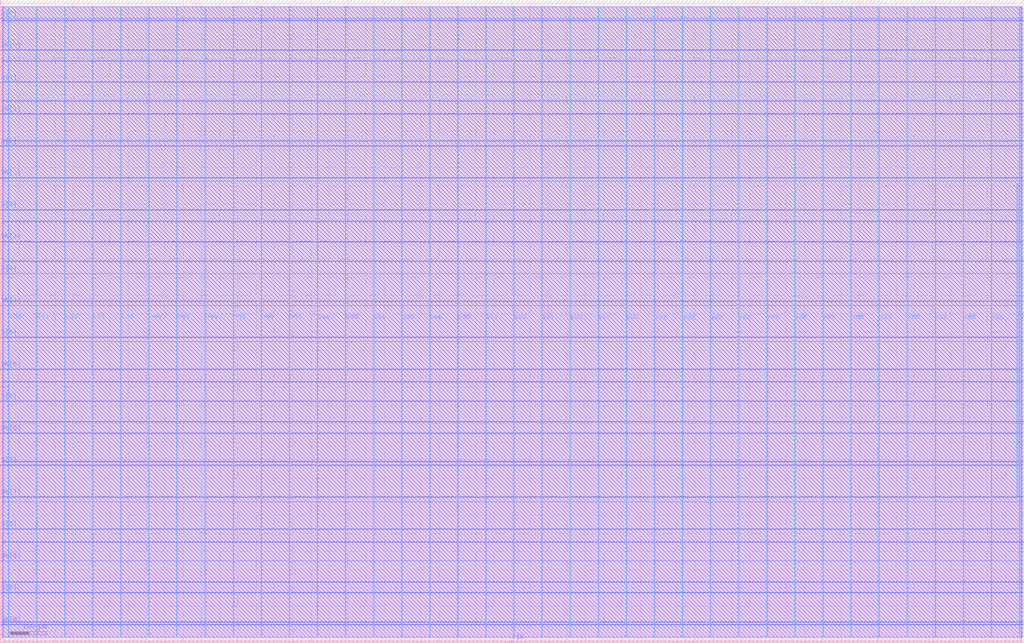
<source format=lef>
VERSION 5.7 ;
  NOWIREEXTENSIONATPIN ON ;
  DIVIDERCHAR "/" ;
  BUSBITCHARS "[]" ;
MACRO ADC_Flash_Logic
  CLASS BLOCK ;
  FOREIGN ADC_Flash_Logic ;
  ORIGIN 0.000 0.000 ;
  SIZE 2800.000 BY 1760.000 ;
  PIN BN[0]
    DIRECTION OUTPUT TRISTATE ;
    USE SIGNAL ;
    ANTENNADIFFAREA 4.731200 ;
    PORT
      LAYER Metal3 ;
        RECT 0.000 1621.760 4.000 1622.320 ;
    END
  END BN[0]
  PIN BN[1]
    DIRECTION OUTPUT TRISTATE ;
    USE SIGNAL ;
    ANTENNADIFFAREA 4.731200 ;
    PORT
      LAYER Metal3 ;
        RECT 0.000 1447.040 4.000 1447.600 ;
    END
  END BN[1]
  PIN BN[2]
    DIRECTION OUTPUT TRISTATE ;
    USE SIGNAL ;
    ANTENNADIFFAREA 4.731200 ;
    PORT
      LAYER Metal3 ;
        RECT 0.000 1272.320 4.000 1272.880 ;
    END
  END BN[2]
  PIN BN[3]
    DIRECTION OUTPUT TRISTATE ;
    USE SIGNAL ;
    ANTENNADIFFAREA 0.360800 ;
    PORT
      LAYER Metal3 ;
        RECT 0.000 1097.600 4.000 1098.160 ;
    END
  END BN[3]
  PIN BN[4]
    DIRECTION OUTPUT TRISTATE ;
    USE SIGNAL ;
    ANTENNADIFFAREA 0.360800 ;
    PORT
      LAYER Metal3 ;
        RECT 0.000 922.880 4.000 923.440 ;
    END
  END BN[4]
  PIN BN[5]
    DIRECTION OUTPUT TRISTATE ;
    USE SIGNAL ;
    ANTENNADIFFAREA 0.360800 ;
    PORT
      LAYER Metal3 ;
        RECT 0.000 748.160 4.000 748.720 ;
    END
  END BN[5]
  PIN BN[6]
    DIRECTION OUTPUT TRISTATE ;
    USE SIGNAL ;
    ANTENNADIFFAREA 0.360800 ;
    PORT
      LAYER Metal3 ;
        RECT 0.000 573.440 4.000 574.000 ;
    END
  END BN[6]
  PIN BN[7]
    DIRECTION OUTPUT TRISTATE ;
    USE SIGNAL ;
    ANTENNADIFFAREA 0.360800 ;
    PORT
      LAYER Metal3 ;
        RECT 0.000 398.720 4.000 399.280 ;
    END
  END BN[7]
  PIN BN[8]
    DIRECTION OUTPUT TRISTATE ;
    USE SIGNAL ;
    ANTENNADIFFAREA 0.360800 ;
    PORT
      LAYER Metal3 ;
        RECT 0.000 224.000 4.000 224.560 ;
    END
  END BN[8]
  PIN BN[9]
    DIRECTION OUTPUT TRISTATE ;
    USE SIGNAL ;
    ANTENNADIFFAREA 0.360800 ;
    PORT
      LAYER Metal3 ;
        RECT 0.000 49.280 4.000 49.840 ;
    END
  END BN[9]
  PIN B[0]
    DIRECTION OUTPUT TRISTATE ;
    USE SIGNAL ;
    ANTENNADIFFAREA 4.731200 ;
    PORT
      LAYER Metal3 ;
        RECT 0.000 1709.120 4.000 1709.680 ;
    END
  END B[0]
  PIN B[1]
    DIRECTION OUTPUT TRISTATE ;
    USE SIGNAL ;
    ANTENNADIFFAREA 4.731200 ;
    PORT
      LAYER Metal3 ;
        RECT 0.000 1534.400 4.000 1534.960 ;
    END
  END B[1]
  PIN B[2]
    DIRECTION OUTPUT TRISTATE ;
    USE SIGNAL ;
    ANTENNADIFFAREA 4.731200 ;
    PORT
      LAYER Metal3 ;
        RECT 0.000 1359.680 4.000 1360.240 ;
    END
  END B[2]
  PIN B[3]
    DIRECTION OUTPUT TRISTATE ;
    USE SIGNAL ;
    ANTENNADIFFAREA 0.360800 ;
    PORT
      LAYER Metal3 ;
        RECT 0.000 1184.960 4.000 1185.520 ;
    END
  END B[3]
  PIN B[4]
    DIRECTION OUTPUT TRISTATE ;
    USE SIGNAL ;
    ANTENNADIFFAREA 0.360800 ;
    PORT
      LAYER Metal3 ;
        RECT 0.000 1010.240 4.000 1010.800 ;
    END
  END B[4]
  PIN B[5]
    DIRECTION OUTPUT TRISTATE ;
    USE SIGNAL ;
    ANTENNADIFFAREA 0.360800 ;
    PORT
      LAYER Metal3 ;
        RECT 0.000 835.520 4.000 836.080 ;
    END
  END B[5]
  PIN B[6]
    DIRECTION OUTPUT TRISTATE ;
    USE SIGNAL ;
    ANTENNADIFFAREA 0.360800 ;
    PORT
      LAYER Metal3 ;
        RECT 0.000 660.800 4.000 661.360 ;
    END
  END B[6]
  PIN B[7]
    DIRECTION OUTPUT TRISTATE ;
    USE SIGNAL ;
    ANTENNADIFFAREA 0.360800 ;
    PORT
      LAYER Metal3 ;
        RECT 0.000 486.080 4.000 486.640 ;
    END
  END B[7]
  PIN B[8]
    DIRECTION OUTPUT TRISTATE ;
    USE SIGNAL ;
    ANTENNADIFFAREA 0.360800 ;
    PORT
      LAYER Metal3 ;
        RECT 0.000 311.360 4.000 311.920 ;
    END
  END B[8]
  PIN B[9]
    DIRECTION OUTPUT TRISTATE ;
    USE SIGNAL ;
    ANTENNADIFFAREA 0.360800 ;
    PORT
      LAYER Metal3 ;
        RECT 0.000 136.640 4.000 137.200 ;
    END
  END B[9]
  PIN CompN[0]
    DIRECTION INPUT ;
    USE SIGNAL ;
    ANTENNAGATEAREA 2.204000 ;
    ANTENNADIFFAREA 0.410400 ;
    PORT
      LAYER Metal3 ;
        RECT 2796.000 165.760 2800.000 166.320 ;
    END
  END CompN[0]
  PIN CompN[1]
    DIRECTION INPUT ;
    USE SIGNAL ;
    ANTENNAGATEAREA 2.204000 ;
    ANTENNADIFFAREA 0.410400 ;
    PORT
      LAYER Metal3 ;
        RECT 2796.000 495.040 2800.000 495.600 ;
    END
  END CompN[1]
  PIN CompN[2]
    DIRECTION INPUT ;
    USE SIGNAL ;
    ANTENNAGATEAREA 1.102000 ;
    ANTENNADIFFAREA 0.410400 ;
    PORT
      LAYER Metal3 ;
        RECT 2796.000 824.320 2800.000 824.880 ;
    END
  END CompN[2]
  PIN CompN[3]
    DIRECTION INPUT ;
    USE SIGNAL ;
    ANTENNAGATEAREA 0.726000 ;
    ANTENNADIFFAREA 0.410400 ;
    PORT
      LAYER Metal3 ;
        RECT 2796.000 1043.840 2800.000 1044.400 ;
    END
  END CompN[3]
  PIN CompN[4]
    DIRECTION INPUT ;
    USE SIGNAL ;
    ANTENNAGATEAREA 0.741000 ;
    ANTENNADIFFAREA 0.410400 ;
    PORT
      LAYER Metal3 ;
        RECT 2796.000 1263.360 2800.000 1263.920 ;
    END
  END CompN[4]
  PIN CompN[5]
    DIRECTION INPUT ;
    USE SIGNAL ;
    ANTENNAGATEAREA 0.726000 ;
    ANTENNADIFFAREA 0.410400 ;
    PORT
      LAYER Metal3 ;
        RECT 2796.000 1482.880 2800.000 1483.440 ;
    END
  END CompN[5]
  PIN CompN[6]
    DIRECTION INPUT ;
    USE SIGNAL ;
    ANTENNAGATEAREA 1.102000 ;
    ANTENNADIFFAREA 0.410400 ;
    PORT
      LAYER Metal3 ;
        RECT 2796.000 1702.400 2800.000 1702.960 ;
    END
  END CompN[6]
  PIN Comp[0]
    DIRECTION INPUT ;
    USE SIGNAL ;
    ANTENNAGATEAREA 2.204000 ;
    ANTENNADIFFAREA 0.410400 ;
    PORT
      LAYER Metal3 ;
        RECT 2796.000 56.000 2800.000 56.560 ;
    END
  END Comp[0]
  PIN Comp[1]
    DIRECTION INPUT ;
    USE SIGNAL ;
    ANTENNAGATEAREA 1.102000 ;
    ANTENNADIFFAREA 0.410400 ;
    PORT
      LAYER Metal3 ;
        RECT 2796.000 385.280 2800.000 385.840 ;
    END
  END Comp[1]
  PIN Comp[2]
    DIRECTION INPUT ;
    USE SIGNAL ;
    ANTENNAGATEAREA 1.102000 ;
    ANTENNADIFFAREA 0.410400 ;
    PORT
      LAYER Metal3 ;
        RECT 2796.000 714.560 2800.000 715.120 ;
    END
  END Comp[2]
  PIN Comp[3]
    DIRECTION INPUT ;
    USE SIGNAL ;
    ANTENNAGATEAREA 0.498500 ;
    ANTENNADIFFAREA 0.410400 ;
    PORT
      LAYER Metal3 ;
        RECT 2796.000 934.080 2800.000 934.640 ;
    END
  END Comp[3]
  PIN Comp[4]
    DIRECTION INPUT ;
    USE SIGNAL ;
    ANTENNAGATEAREA 0.741000 ;
    ANTENNADIFFAREA 0.410400 ;
    PORT
      LAYER Metal3 ;
        RECT 2796.000 1153.600 2800.000 1154.160 ;
    END
  END Comp[4]
  PIN Comp[5]
    DIRECTION INPUT ;
    USE SIGNAL ;
    ANTENNAGATEAREA 0.726000 ;
    ANTENNADIFFAREA 0.410400 ;
    PORT
      LAYER Metal3 ;
        RECT 2796.000 1373.120 2800.000 1373.680 ;
    END
  END Comp[5]
  PIN Comp[6]
    DIRECTION INPUT ;
    USE SIGNAL ;
    ANTENNAGATEAREA 1.102000 ;
    ANTENNADIFFAREA 0.410400 ;
    PORT
      LAYER Metal3 ;
        RECT 2796.000 1592.640 2800.000 1593.200 ;
    END
  END Comp[6]
  PIN Samp
    DIRECTION INPUT ;
    USE SIGNAL ;
    ANTENNAGATEAREA 2.204000 ;
    ANTENNADIFFAREA 0.410400 ;
    PORT
      LAYER Metal3 ;
        RECT 2796.000 275.520 2800.000 276.080 ;
    END
  END Samp
  PIN clk
    DIRECTION INPUT ;
    USE SIGNAL ;
    ANTENNAGATEAREA 3.555000 ;
    ANTENNADIFFAREA 0.410400 ;
    PORT
      LAYER Metal2 ;
        RECT 1398.880 0.000 1399.440 4.000 ;
    END
  END clk
  PIN eoc
    DIRECTION OUTPUT TRISTATE ;
    USE SIGNAL ;
    ANTENNADIFFAREA 4.731200 ;
    PORT
      LAYER Metal3 ;
        RECT 2796.000 604.800 2800.000 605.360 ;
    END
  END eoc
  PIN vdd
    DIRECTION INOUT ;
    USE POWER ;
    PORT
      LAYER Metal4 ;
        RECT 22.240 15.380 23.840 1740.780 ;
    END
    PORT
      LAYER Metal4 ;
        RECT 175.840 15.380 177.440 1740.780 ;
    END
    PORT
      LAYER Metal4 ;
        RECT 329.440 15.380 331.040 1740.780 ;
    END
    PORT
      LAYER Metal4 ;
        RECT 483.040 15.380 484.640 1740.780 ;
    END
    PORT
      LAYER Metal4 ;
        RECT 636.640 15.380 638.240 1740.780 ;
    END
    PORT
      LAYER Metal4 ;
        RECT 790.240 15.380 791.840 1740.780 ;
    END
    PORT
      LAYER Metal4 ;
        RECT 943.840 15.380 945.440 1740.780 ;
    END
    PORT
      LAYER Metal4 ;
        RECT 1097.440 15.380 1099.040 1740.780 ;
    END
    PORT
      LAYER Metal4 ;
        RECT 1251.040 15.380 1252.640 1740.780 ;
    END
    PORT
      LAYER Metal4 ;
        RECT 1404.640 15.380 1406.240 1740.780 ;
    END
    PORT
      LAYER Metal4 ;
        RECT 1558.240 15.380 1559.840 1740.780 ;
    END
    PORT
      LAYER Metal4 ;
        RECT 1711.840 15.380 1713.440 1740.780 ;
    END
    PORT
      LAYER Metal4 ;
        RECT 1865.440 15.380 1867.040 1740.780 ;
    END
    PORT
      LAYER Metal4 ;
        RECT 2019.040 15.380 2020.640 1740.780 ;
    END
    PORT
      LAYER Metal4 ;
        RECT 2172.640 15.380 2174.240 1740.780 ;
    END
    PORT
      LAYER Metal4 ;
        RECT 2326.240 15.380 2327.840 1740.780 ;
    END
    PORT
      LAYER Metal4 ;
        RECT 2479.840 15.380 2481.440 1740.780 ;
    END
    PORT
      LAYER Metal4 ;
        RECT 2633.440 15.380 2635.040 1740.780 ;
    END
    PORT
      LAYER Metal4 ;
        RECT 2787.040 15.380 2788.640 1740.780 ;
    END
  END vdd
  PIN vss
    DIRECTION INOUT ;
    USE GROUND ;
    PORT
      LAYER Metal4 ;
        RECT 99.040 15.380 100.640 1740.780 ;
    END
    PORT
      LAYER Metal4 ;
        RECT 252.640 15.380 254.240 1740.780 ;
    END
    PORT
      LAYER Metal4 ;
        RECT 406.240 15.380 407.840 1740.780 ;
    END
    PORT
      LAYER Metal4 ;
        RECT 559.840 15.380 561.440 1740.780 ;
    END
    PORT
      LAYER Metal4 ;
        RECT 713.440 15.380 715.040 1740.780 ;
    END
    PORT
      LAYER Metal4 ;
        RECT 867.040 15.380 868.640 1740.780 ;
    END
    PORT
      LAYER Metal4 ;
        RECT 1020.640 15.380 1022.240 1740.780 ;
    END
    PORT
      LAYER Metal4 ;
        RECT 1174.240 15.380 1175.840 1740.780 ;
    END
    PORT
      LAYER Metal4 ;
        RECT 1327.840 15.380 1329.440 1740.780 ;
    END
    PORT
      LAYER Metal4 ;
        RECT 1481.440 15.380 1483.040 1740.780 ;
    END
    PORT
      LAYER Metal4 ;
        RECT 1635.040 15.380 1636.640 1740.780 ;
    END
    PORT
      LAYER Metal4 ;
        RECT 1788.640 15.380 1790.240 1740.780 ;
    END
    PORT
      LAYER Metal4 ;
        RECT 1942.240 15.380 1943.840 1740.780 ;
    END
    PORT
      LAYER Metal4 ;
        RECT 2095.840 15.380 2097.440 1740.780 ;
    END
    PORT
      LAYER Metal4 ;
        RECT 2249.440 15.380 2251.040 1740.780 ;
    END
    PORT
      LAYER Metal4 ;
        RECT 2403.040 15.380 2404.640 1740.780 ;
    END
    PORT
      LAYER Metal4 ;
        RECT 2556.640 15.380 2558.240 1740.780 ;
    END
    PORT
      LAYER Metal4 ;
        RECT 2710.240 15.380 2711.840 1740.780 ;
    END
  END vss
  OBS
      LAYER Metal1 ;
        RECT 6.720 15.380 2793.280 1740.780 ;
      LAYER Metal2 ;
        RECT 8.540 4.300 2793.140 1740.670 ;
        RECT 8.540 4.000 1398.580 4.300 ;
        RECT 1399.740 4.000 2793.140 4.300 ;
      LAYER Metal3 ;
        RECT 4.000 1709.980 2796.500 1740.620 ;
        RECT 4.300 1708.820 2796.500 1709.980 ;
        RECT 4.000 1703.260 2796.500 1708.820 ;
        RECT 4.000 1702.100 2795.700 1703.260 ;
        RECT 4.000 1622.620 2796.500 1702.100 ;
        RECT 4.300 1621.460 2796.500 1622.620 ;
        RECT 4.000 1593.500 2796.500 1621.460 ;
        RECT 4.000 1592.340 2795.700 1593.500 ;
        RECT 4.000 1535.260 2796.500 1592.340 ;
        RECT 4.300 1534.100 2796.500 1535.260 ;
        RECT 4.000 1483.740 2796.500 1534.100 ;
        RECT 4.000 1482.580 2795.700 1483.740 ;
        RECT 4.000 1447.900 2796.500 1482.580 ;
        RECT 4.300 1446.740 2796.500 1447.900 ;
        RECT 4.000 1373.980 2796.500 1446.740 ;
        RECT 4.000 1372.820 2795.700 1373.980 ;
        RECT 4.000 1360.540 2796.500 1372.820 ;
        RECT 4.300 1359.380 2796.500 1360.540 ;
        RECT 4.000 1273.180 2796.500 1359.380 ;
        RECT 4.300 1272.020 2796.500 1273.180 ;
        RECT 4.000 1264.220 2796.500 1272.020 ;
        RECT 4.000 1263.060 2795.700 1264.220 ;
        RECT 4.000 1185.820 2796.500 1263.060 ;
        RECT 4.300 1184.660 2796.500 1185.820 ;
        RECT 4.000 1154.460 2796.500 1184.660 ;
        RECT 4.000 1153.300 2795.700 1154.460 ;
        RECT 4.000 1098.460 2796.500 1153.300 ;
        RECT 4.300 1097.300 2796.500 1098.460 ;
        RECT 4.000 1044.700 2796.500 1097.300 ;
        RECT 4.000 1043.540 2795.700 1044.700 ;
        RECT 4.000 1011.100 2796.500 1043.540 ;
        RECT 4.300 1009.940 2796.500 1011.100 ;
        RECT 4.000 934.940 2796.500 1009.940 ;
        RECT 4.000 933.780 2795.700 934.940 ;
        RECT 4.000 923.740 2796.500 933.780 ;
        RECT 4.300 922.580 2796.500 923.740 ;
        RECT 4.000 836.380 2796.500 922.580 ;
        RECT 4.300 835.220 2796.500 836.380 ;
        RECT 4.000 825.180 2796.500 835.220 ;
        RECT 4.000 824.020 2795.700 825.180 ;
        RECT 4.000 749.020 2796.500 824.020 ;
        RECT 4.300 747.860 2796.500 749.020 ;
        RECT 4.000 715.420 2796.500 747.860 ;
        RECT 4.000 714.260 2795.700 715.420 ;
        RECT 4.000 661.660 2796.500 714.260 ;
        RECT 4.300 660.500 2796.500 661.660 ;
        RECT 4.000 605.660 2796.500 660.500 ;
        RECT 4.000 604.500 2795.700 605.660 ;
        RECT 4.000 574.300 2796.500 604.500 ;
        RECT 4.300 573.140 2796.500 574.300 ;
        RECT 4.000 495.900 2796.500 573.140 ;
        RECT 4.000 494.740 2795.700 495.900 ;
        RECT 4.000 486.940 2796.500 494.740 ;
        RECT 4.300 485.780 2796.500 486.940 ;
        RECT 4.000 399.580 2796.500 485.780 ;
        RECT 4.300 398.420 2796.500 399.580 ;
        RECT 4.000 386.140 2796.500 398.420 ;
        RECT 4.000 384.980 2795.700 386.140 ;
        RECT 4.000 312.220 2796.500 384.980 ;
        RECT 4.300 311.060 2796.500 312.220 ;
        RECT 4.000 276.380 2796.500 311.060 ;
        RECT 4.000 275.220 2795.700 276.380 ;
        RECT 4.000 224.860 2796.500 275.220 ;
        RECT 4.300 223.700 2796.500 224.860 ;
        RECT 4.000 166.620 2796.500 223.700 ;
        RECT 4.000 165.460 2795.700 166.620 ;
        RECT 4.000 137.500 2796.500 165.460 ;
        RECT 4.300 136.340 2796.500 137.500 ;
        RECT 4.000 56.860 2796.500 136.340 ;
        RECT 4.000 55.700 2795.700 56.860 ;
        RECT 4.000 50.140 2796.500 55.700 ;
        RECT 4.300 48.980 2796.500 50.140 ;
        RECT 4.000 15.540 2796.500 48.980 ;
      LAYER Metal4 ;
        RECT 2779.980 397.130 2784.740 1256.550 ;
  END
END ADC_Flash_Logic
END LIBRARY


</source>
